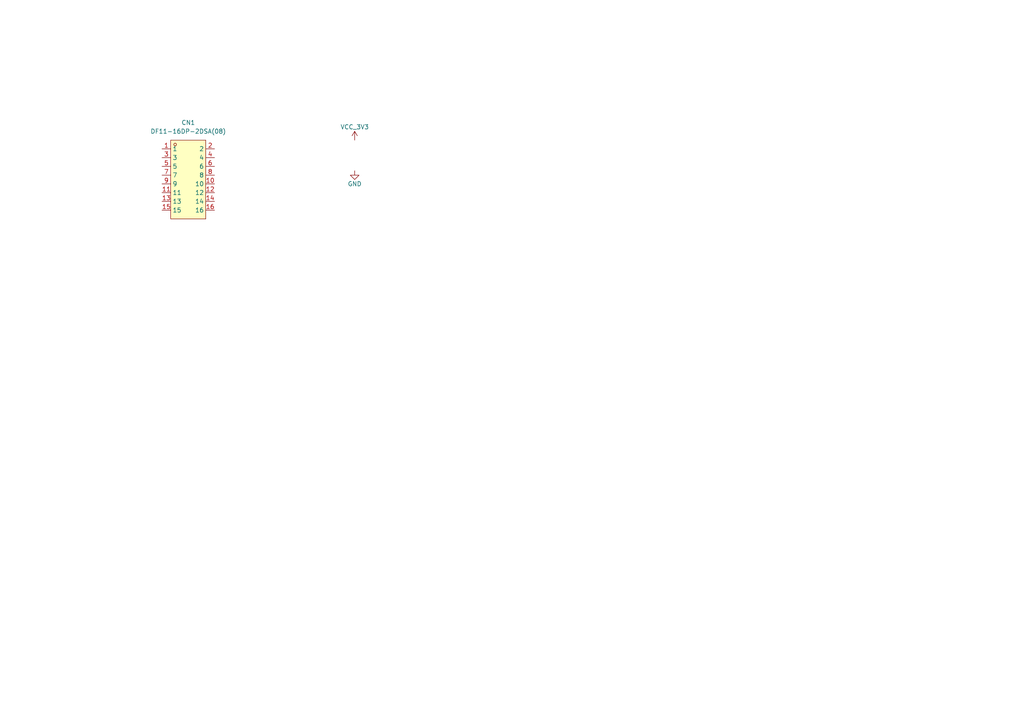
<source format=kicad_sch>
(kicad_sch (version 20250114) (generator "eeschema") (generator_version "9.0")
  (paper "A4")
  (lib_symbols
    (symbol "imx8_carrier_board_symbol_library:DF11-16DP-2DSA(08)"
      (property "Reference" "CN" (at 0 13.97 0))
      (property "Value" "DF11-16DP-2DSA(08)" (at 0 -13.97 0))
      (symbol "DF11-16DP-2DSA(08)_0_1"
        (rectangle (start -5.08 11.43) (end 5.08 -11.43) (fill (type background)))
        (circle (center -3.81 10.16) (radius 0.38))
        (pin unspecified line (at -7.62 8.89 0) (length 2.54) (name "1") (number "1"))
        (pin unspecified line (at -7.62 6.35 0) (length 2.54) (name "3") (number "3"))
        (pin unspecified line (at -7.62 3.81 0) (length 2.54) (name "5") (number "5"))
        (pin unspecified line (at -7.62 1.27 0) (length 2.54) (name "7") (number "7"))
        (pin unspecified line (at -7.62 -1.27 0) (length 2.54) (name "9") (number "9"))
        (pin unspecified line (at -7.62 -3.81 0) (length 2.54) (name "11") (number "11"))
        (pin unspecified line (at -7.62 -6.35 0) (length 2.54) (name "13") (number "13"))
        (pin unspecified line (at -7.62 -8.89 0) (length 2.54) (name "15") (number "15"))
        (pin unspecified line (at 7.62 8.89 180) (length 2.54) (name "2") (number "2"))
        (pin unspecified line (at 7.62 6.35 180) (length 2.54) (name "4") (number "4"))
        (pin unspecified line (at 7.62 3.81 180) (length 2.54) (name "6") (number "6"))
        (pin unspecified line (at 7.62 1.27 180) (length 2.54) (name "8") (number "8"))
        (pin unspecified line (at 7.62 -1.27 180) (length 2.54) (name "10") (number "10"))
        (pin unspecified line (at 7.62 -3.81 180) (length 2.54) (name "12") (number "12"))
        (pin unspecified line (at 7.62 -6.35 180) (length 2.54) (name "14") (number "14"))
        (pin unspecified line (at 7.62 -8.89 180) (length 2.54) (name "16") (number "16"))
      )
    )
    (symbol "power:GND" (power) (pin_names (offset 0))
      (property "Value" "GND" (at 0 -3.81 0))
      (symbol "GND_0_1"
        (polyline (pts (xy 0 0) (xy 0 -1.27) (xy 1.27 -1.27) (xy 0 -2.54) (xy -1.27 -1.27) (xy 0 -1.27)))
      )
      (symbol "GND_1_1"
        (pin power_in line (at 0 0 270) (length 0) (hide yes) (name "GND") (number "1"))
      )
    )
    (symbol "power:VCC" (power) (pin_names (offset 0))
      (property "Value" "VCC" (at 0 3.81 0))
      (symbol "VCC_0_1"
        (polyline (pts (xy -0.762 1.27) (xy 0 2.54)))
        (polyline (pts (xy 0 2.54) (xy 0.762 1.27)))
        (polyline (pts (xy 0 0) (xy 0 2.54)))
      )
      (symbol "VCC_1_1"
        (pin power_in line (at 0 0 90) (length 0) (hide yes) (name "VCC") (number "1"))
      )
    )
  )
  (symbol (lib_id "power:GND") (at 102.87 49.53 0) (unit 1)
    (property "Reference" "#PWR0129" (effects (hide yes)))
    (property "Value" "GND" (at 102.87 53.34 0))
  )
  (symbol (lib_id "power:VCC") (at 102.87 40.64 0) (unit 1)
    (property "Reference" "#PWR0128" (effects (hide yes)))
    (property "Value" "VCC_3V3" (at 102.87 36.83 0))
  )
  (symbol (lib_id "imx8_carrier_board_symbol_library:DF11-16DP-2DSA(08)") (at 54.61 52.07 0) (unit 1)
    (property "Reference" "CN1" (at 54.61 35.56 0))
    (property "Value" "DF11-16DP-2DSA(08)" (at 54.61 38.1 0))
    (property "Footprint" "imx8_carrier_board_footprints:CONN-TH_DF11-16DP-2DSA-08" (effects (hide yes)))
    (property "Datasheet" "https://lcsc.com/product-detail/Wire-To-Board-Wire-To-Wire-Connector_HRS-Hirose-HRS-DF11-16DP-2DSA-08_C530981.html" (effects (hide yes)))
    (property "LCSC Part" "C530981" (effects (hide yes)))
  )
)
</source>
